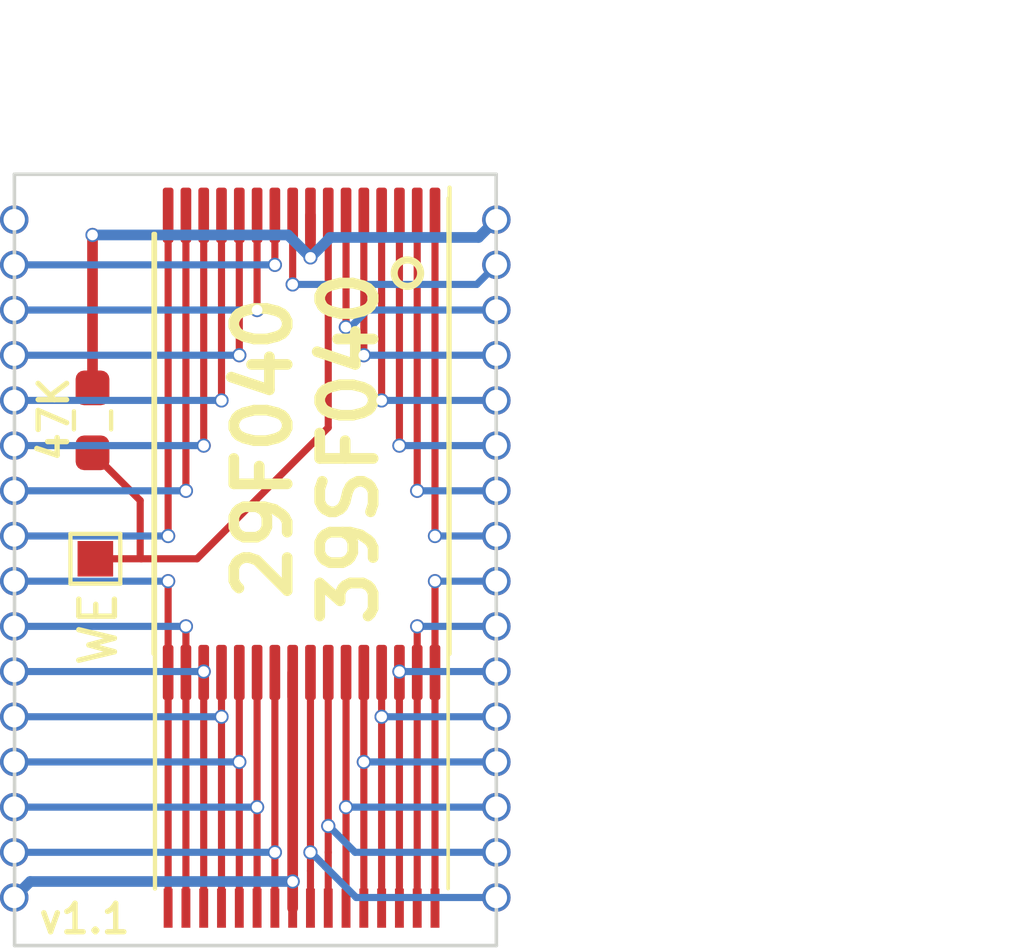
<source format=kicad_pcb>
(kicad_pcb (version 20211014) (generator pcbnew)
  (layers (0 "F.Cu" signal) (31 "B.Cu" signal) (34 "B.Paste" user) (35 "F.Paste" user) (36 "B.SilkS" user "B.Silkscreen") (37 "F.SilkS" user "F.Silkscreen") (38 "B.Mask" user) (39 "F.Mask" user) (44 "Edge.Cuts" user))
  (net 0 "")
  (net 1 "VCC")
  (net 2 "A18")
  (net 3 "A17")
  (net 4 "A14")
  (net 5 "A13")
  (net 6 "A8")
  (net 7 "A9")
  (net 8 "A11")
  (net 9 "/OE")
  (net 10 "A10")
  (net 11 "CE")
  (net 12 "D7")
  (net 13 "D6")
  (net 14 "D5")
  (net 15 "D4")
  (net 16 "D3")
  (net 17 "GND")
  (net 18 "D2")
  (net 19 "D1")
  (net 20 "D0")
  (net 21 "A0")
  (net 22 "A1")
  (net 23 "A2")
  (net 24 "A3")
  (net 25 "A4")
  (net 26 "A5")
  (net 27 "A6")
  (net 28 "A7")
  (net 29 "A12")
  (net 30 "A15")
  (net 31 "A16")
  (net 32 "WE")
  (net 33 "VPP")
  (footprint "TestPoint:TestPoint_Pad_1.0x1.0mm" (layer "F.Cu") (at 108.13 58.83)
    (fp_text reference "REF**" hide)
    (fp_text value "TestPoint_Pad_1.0x1.0mm" hide)
    (fp_line (start -0.7 -0.7) (end 0.7 -0.7) (layer "F.SilkS") (width 0.12))
    (fp_line (start 0.7 -0.7) (end 0.7 0.7) (layer "F.SilkS") (width 0.12))
    (fp_line (start 0.7 0.7) (end -0.7 0.7) (layer "F.SilkS") (width 0.12))
    (fp_line (start -0.7 0.7) (end -0.7 -0.7) (layer "F.SilkS") (width 0.12))
    (pad "" smd rect (at 0 0) (size 1 1) (layers "F.Cu" "F.Mask") (net 32 "WE"))
  )
  (footprint "Package_SO:TSOP-I-32_18.4x8mm_P0.5mm" (layer "F.Cu") (at 113.925 58.9 -90)
    (fp_text reference "REF**" hide)
    (fp_text value "TSOP-I-32_18.4x8mm_P0.5mm" hide)
    (fp_line (start 9.2 -4.12) (end -10.2 -4.12) (layer "F.SilkS") (width 0.1))
    (fp_line (start -9.2 4.12) (end 9.2 4.12) (layer "F.SilkS") (width 0.12))
    (pad "1" smd rect (at -9.75 -3.75 270) (size 1.1 0.25) (layers "F.Cu" "F.Paste" "F.Mask") (net 8 "A11"))
    (pad "2" smd rect (at -9.75 -3.25 270) (size 1.1 0.25) (layers "F.Cu" "F.Paste" "F.Mask") (net 7 "A9"))
    (pad "3" smd rect (at -9.75 -2.75 270) (size 1.1 0.25) (layers "F.Cu" "F.Paste" "F.Mask") (net 6 "A8"))
    (pad "4" smd rect (at -9.75 -2.25 270) (size 1.1 0.25) (layers "F.Cu" "F.Paste" "F.Mask") (net 5 "A13"))
    (pad "5" smd rect (at -9.75 -1.75 270) (size 1.1 0.25) (layers "F.Cu" "F.Paste" "F.Mask") (net 4 "A14"))
    (pad "6" smd rect (at -9.75 -1.25 270) (size 1.1 0.25) (layers "F.Cu" "F.Paste" "F.Mask") (net 3 "A17"))
    (pad "7" smd rect (at -9.75 -0.75 270) (size 1.1 0.25) (layers "F.Cu" "F.Paste" "F.Mask") (net 32 "WE"))
    (pad "8" smd rect (at -9.75 -0.25 270) (size 1.1 0.25) (layers "F.Cu" "F.Paste" "F.Mask") (net 1 "VCC"))
    (pad "9" smd rect (at -9.75 0.25 270) (size 1.1 0.25) (layers "F.Cu" "F.Paste" "F.Mask") (net 2 "A18"))
    (pad "10" smd rect (at -9.75 0.75 270) (size 1.1 0.25) (layers "F.Cu" "F.Paste" "F.Mask") (net 31 "A16"))
    (pad "11" smd rect (at -9.75 1.25 270) (size 1.1 0.25) (layers "F.Cu" "F.Paste" "F.Mask") (net 30 "A15"))
    (pad "12" smd rect (at -9.75 1.75 270) (size 1.1 0.25) (layers "F.Cu" "F.Paste" "F.Mask") (net 29 "A12"))
    (pad "13" smd rect (at -9.75 2.25 270) (size 1.1 0.25) (layers "F.Cu" "F.Paste" "F.Mask") (net 28 "A7"))
    (pad "14" smd rect (at -9.75 2.75 270) (size 1.1 0.25) (layers "F.Cu" "F.Paste" "F.Mask") (net 27 "A6"))
    (pad "15" smd rect (at -9.75 3.25 270) (size 1.1 0.25) (layers "F.Cu" "F.Paste" "F.Mask") (net 26 "A5"))
    (pad "16" smd rect (at -9.75 3.75 270) (size 1.1 0.25) (layers "F.Cu" "F.Paste" "F.Mask") (net 25 "A4"))
    (pad "17" smd rect (at 9.75 3.75 270) (size 1.1 0.25) (layers "F.Cu" "F.Paste" "F.Mask") (net 24 "A3"))
    (pad "18" smd rect (at 9.75 3.25 270) (size 1.1 0.25) (layers "F.Cu" "F.Paste" "F.Mask") (net 23 "A2"))
    (pad "19" smd rect (at 9.75 2.75 270) (size 1.1 0.25) (layers "F.Cu" "F.Paste" "F.Mask") (net 22 "A1"))
    (pad "20" smd rect (at 9.75 2.25 270) (size 1.1 0.25) (layers "F.Cu" "F.Paste" "F.Mask") (net 21 "A0"))
    (pad "21" smd rect (at 9.75 1.75 270) (size 1.1 0.25) (layers "F.Cu" "F.Paste" "F.Mask") (net 20 "D0"))
    (pad "22" smd rect (at 9.75 1.25 270) (size 1.1 0.25) (layers "F.Cu" "F.Paste" "F.Mask") (net 19 "D1"))
    (pad "23" smd rect (at 9.75 0.75 270) (size 1.1 0.25) (layers "F.Cu" "F.Paste" "F.Mask") (net 18 "D2"))
    (pad "24" smd rect (at 9.75 0.25 270) (size 1.1 0.25) (layers "F.Cu" "F.Paste" "F.Mask") (net 17 "GND"))
    (pad "25" smd rect (at 9.75 -0.25 270) (size 1.1 0.25) (layers "F.Cu" "F.Paste" "F.Mask") (net 16 "D3"))
    (pad "26" smd rect (at 9.75 -0.75 270) (size 1.1 0.25) (layers "F.Cu" "F.Paste" "F.Mask") (net 15 "D4"))
    (pad "27" smd rect (at 9.75 -1.25 270) (size 1.1 0.25) (layers "F.Cu" "F.Paste" "F.Mask") (net 14 "D5"))
    (pad "28" smd rect (at 9.75 -1.75 270) (size 1.1 0.25) (layers "F.Cu" "F.Paste" "F.Mask") (net 13 "D6"))
    (pad "29" smd rect (at 9.75 -2.25 270) (size 1.1 0.25) (layers "F.Cu" "F.Paste" "F.Mask") (net 12 "D7"))
    (pad "30" smd rect (at 9.75 -2.75 270) (size 1.1 0.25) (layers "F.Cu" "F.Paste" "F.Mask") (net 11 "CE"))
    (pad "31" smd rect (at 9.75 -3.25 270) (size 1.1 0.25) (layers "F.Cu" "F.Paste" "F.Mask") (net 10 "A10"))
    (pad "32" smd rect (at 9.75 -3.75 270) (size 1.1 0.25) (layers "F.Cu" "F.Paste" "F.Mask") (net 9 "/OE"))
  )
  (footprint "Resistor_SMD:R_0603_1608Metric_Pad0.98x0.95mm_HandSolder" (layer "F.Cu") (at 108.05 54.94 90)
    (fp_text reference "REF**" hide)
    (fp_text value "R_0603_1608Metric_Pad0.98x0.95mm_HandSolder" hide)
    (fp_line (start -0.254724 -0.5225) (end 0.254724 -0.5225) (layer "F.SilkS") (width 0.12))
    (fp_line (start -0.254724 0.5225) (end 0.254724 0.5225) (layer "F.SilkS") (width 0.12))
    (pad "" smd roundrect (at -0.9125 0 90) (size 0.975 0.95) (layers "F.Cu" "F.Paste" "F.Mask") (net 32 "WE"))
    (pad "" smd roundrect (at 0.9125 0 90) (size 0.975 0.95) (layers "F.Cu" "F.Paste" "F.Mask") (net 1 "VCC"))
  )
  (footprint "Package_SO:TSOP-I-32_11.8x8mm_P0.5mm" (layer "F.Cu") (at 113.925 55.6 -90)
    (fp_text reference "REF**" hide)
    (fp_text value "TSOP-I-32_11.8x8mm_P0.5mm" hide)
    (fp_line (start 0 4.16) (end 5.9 4.16) (layer "F.SilkS") (width 0.12))
    (fp_line (start 0 -4.16) (end 5.9 -4.16) (layer "F.SilkS") (width 0.12))
    (fp_line (start 0 -4.16) (end -7.2 -4.16) (layer "F.SilkS") (width 0.12))
    (fp_line (start 0 4.16) (end -5.9 4.16) (layer "F.SilkS") (width 0.12))
    (pad "1" smd roundrect (at -6.425 -3.75 270) (size 1.55 0.3) (layers "F.Cu" "F.Paste" "F.Mask"))
    (pad "2" smd roundrect (at -6.425 -3.25 270) (size 1.55 0.3) (layers "F.Cu" "F.Paste" "F.Mask"))
    (pad "3" smd roundrect (at -6.425 -2.75 270) (size 1.55 0.3) (layers "F.Cu" "F.Paste" "F.Mask"))
    (pad "4" smd roundrect (at -6.425 -2.25 270) (size 1.55 0.3) (layers "F.Cu" "F.Paste" "F.Mask"))
    (pad "5" smd roundrect (at -6.425 -1.75 270) (size 1.55 0.3) (layers "F.Cu" "F.Paste" "F.Mask"))
    (pad "6" smd roundrect (at -6.425 -1.25 270) (size 1.55 0.3) (layers "F.Cu" "F.Paste" "F.Mask"))
    (pad "7" smd roundrect (at -6.425 -0.75 270) (size 1.55 0.3) (layers "F.Cu" "F.Paste" "F.Mask") (net 32 "WE"))
    (pad "8" smd roundrect (at -6.425 -0.25 270) (size 1.55 0.3) (layers "F.Cu" "F.Paste" "F.Mask") (net 1 "VCC"))
    (pad "9" smd roundrect (at -6.425 0.25 270) (size 1.55 0.3) (layers "F.Cu" "F.Paste" "F.Mask") (net 2 "A18"))
    (pad "10" smd roundrect (at -6.425 0.75 270) (size 1.55 0.3) (layers "F.Cu" "F.Paste" "F.Mask"))
    (pad "11" smd roundrect (at -6.425 1.25 270) (size 1.55 0.3) (layers "F.Cu" "F.Paste" "F.Mask"))
    (pad "12" smd roundrect (at -6.425 1.75 270) (size 1.55 0.3) (layers "F.Cu" "F.Paste" "F.Mask"))
    (pad "13" smd roundrect (at -6.425 2.25 270) (size 1.55 0.3) (layers "F.Cu" "F.Paste" "F.Mask"))
    (pad "14" smd roundrect (at -6.425 2.75 270) (size 1.55 0.3) (layers "F.Cu" "F.Paste" "F.Mask"))
    (pad "15" smd roundrect (at -6.425 3.25 270) (size 1.55 0.3) (layers "F.Cu" "F.Paste" "F.Mask"))
    (pad "16" smd roundrect (at -6.425 3.75 270) (size 1.55 0.3) (layers "F.Cu" "F.Paste" "F.Mask"))
    (pad "17" smd roundrect (at 6.425 3.75 270) (size 1.55 0.3) (layers "F.Cu" "F.Paste" "F.Mask") (net 24 "A3"))
    (pad "18" smd roundrect (at 6.425 3.25 270) (size 1.55 0.3) (layers "F.Cu" "F.Paste" "F.Mask") (net 23 "A2"))
    (pad "19" smd roundrect (at 6.425 2.75 270) (size 1.55 0.3) (layers "F.Cu" "F.Paste" "F.Mask") (net 22 "A1"))
    (pad "20" smd roundrect (at 6.425 2.25 270) (size 1.55 0.3) (layers "F.Cu" "F.Paste" "F.Mask") (net 21 "A0"))
    (pad "21" smd roundrect (at 6.425 1.75 270) (size 1.55 0.3) (layers "F.Cu" "F.Paste" "F.Mask") (net 20 "D0"))
    (pad "22" smd roundrect (at 6.425 1.25 270) (size 1.55 0.3) (layers "F.Cu" "F.Paste" "F.Mask") (net 19 "D1"))
    (pad "23" smd roundrect (at 6.425 0.75 270) (size 1.55 0.3) (layers "F.Cu" "F.Paste" "F.Mask") (net 18 "D2"))
    (pad "24" smd roundrect (at 6.425 0.25 270) (size 1.55 0.3) (layers "F.Cu" "F.Paste" "F.Mask") (net 17 "GND"))
    (pad "25" smd roundrect (at 6.425 -0.25 270) (size 1.55 0.3) (layers "F.Cu" "F.Paste" "F.Mask") (net 16 "D3"))
    (pad "26" smd roundrect (at 6.425 -0.75 270) (size 1.55 0.3) (layers "F.Cu" "F.Paste" "F.Mask") (net 15 "D4"))
    (pad "27" smd roundrect (at 6.425 -1.25 270) (size 1.55 0.3) (layers "F.Cu" "F.Paste" "F.Mask") (net 14 "D5"))
    (pad "28" smd roundrect (at 6.425 -1.75 270) (size 1.55 0.3) (layers "F.Cu" "F.Paste" "F.Mask") (net 13 "D6"))
    (pad "29" smd roundrect (at 6.425 -2.25 270) (size 1.55 0.3) (layers "F.Cu" "F.Paste" "F.Mask") (net 12 "D7"))
    (pad "30" smd roundrect (at 6.425 -2.75 270) (size 1.55 0.3) (layers "F.Cu" "F.Paste" "F.Mask") (net 11 "CE"))
    (pad "31" smd roundrect (at 6.425 -3.25 270) (size 1.55 0.3) (layers "F.Cu" "F.Paste" "F.Mask") (net 10 "A10"))
    (pad "32" smd roundrect (at 6.425 -3.75 270) (size 1.55 0.3) (layers "F.Cu" "F.Paste" "F.Mask") (net 9 "/OE"))
  )
  (gr_circle (center 116.9 50.803349) (end 117.25 50.928349) (layer "F.SilkS") (width 0.2) (fill none))
  (gr_line (start 105.855 48.025) (end 105.86 69.7) (layer "Edge.Cuts") (width 0.1))
  (gr_line (start 119.395 48.025) (end 119.4 69.7) (layer "Edge.Cuts") (width 0.1))
  (gr_line (start 105.86 69.7) (end 119.4 69.7) (layer "Edge.Cuts") (width 0.1))
  (gr_line (start 105.855 48.025) (end 119.395 48.025) (layer "Edge.Cuts") (width 0.1))
  (gr_text "47K" (at 106.96 54.91 90) (layer "F.SilkS") (effects (font (size 0.8 0.8))))
  (gr_text "29F040\n39SF040" (at 114.05 55.725 90) (layer "F.SilkS") (effects (font (size 1.5 1.5) (thickness 0.3))))
  (gr_text "WE" (at 108.21 60.8 90) (layer "F.SilkS") (effects (font (size 1 1))))
  (gr_text "v1.1" (at 107.825 68.95) (layer "F.SilkS") (effects (font (size 0.8 0.8))))
  (segment (start 114.175 49.175) (end 114.175 50.36) (width 0.3) (layer "F.Cu") (net 1))
  (segment (start 108.05 49.73) (end 108.05 54.0275) (width 0.3) (layer "F.Cu") (net 1))
  (via (at 108.05 49.73) (size 0.4) (drill 0.3) (layers "F.Cu" "B.Cu") (net 1))
  (via (at 119.4 49.3) (size 0.8) (drill 0.6) (layers "F.Cu" "B.Cu") (net 1))
  (via (at 114.175 50.36) (size 0.4) (drill 0.3) (layers "F.Cu" "B.Cu") (net 1))
  (segment (start 118.9 49.8) (end 119.24531 49.45469) (width 0.3) (layer "B.Cu") (net 1))
  (segment (start 113.545 49.73) (end 114.175 50.36) (width 0.3) (layer "B.Cu") (net 1))
  (segment (start 119.24531 49.45469) (end 119.245274 49.300036) (width 0.3) (layer "B.Cu") (net 1))
  (segment (start 119.25 49.3) (end 119.295274 49.3) (width 0.2) (layer "B.Cu") (net 1))
  (segment (start 114.72 49.8) (end 118.9 49.8) (width 0.3) (layer "B.Cu") (net 1))
  (segment (start 114.72 49.815) (end 114.175 50.36) (width 0.3) (layer "B.Cu") (net 1))
  (segment (start 108.05 49.73) (end 113.545 49.73) (width 0.3) (layer "B.Cu") (net 1))
  (segment (start 114.72 49.8) (end 114.72 49.815) (width 0.3) (layer "B.Cu") (net 1))
  (segment (start 113.675 49.175) (end 113.675 51.12) (width 0.2) (layer "F.Cu") (net 2))
  (via (at 119.4 50.57) (size 0.8) (drill 0.6) (layers "F.Cu" "B.Cu") (net 2))
  (via (at 113.675 51.12) (size 0.4) (drill 0.3) (layers "F.Cu" "B.Cu") (net 2))
  (segment (start 113.675 51.12) (end 118.85 51.12) (width 0.2) (layer "B.Cu") (net 2))
  (segment (start 118.85 51.12) (end 119.295591 50.674409) (width 0.2) (layer "B.Cu") (net 2))
  (segment (start 119.295591 50.674409) (end 119.295567 50.570024) (width 0.2) (layer "B.Cu") (net 2))
  (segment (start 115.175 52.315) (end 115.17 52.32) (width 0.2) (layer "F.Cu") (net 3))
  (segment (start 115.175 49.15) (end 115.175 52.315) (width 0.2) (layer "F.Cu") (net 3))
  (via (at 115.17 52.32) (size 0.4) (drill 0.3) (layers "F.Cu" "B.Cu") (net 3))
  (via (at 119.4 51.84) (size 0.8) (drill 0.6) (layers "F.Cu" "B.Cu") (net 3))
  (segment (start 115.78 51.84) (end 115.3 52.32) (width 0.2) (layer "B.Cu") (net 3))
  (segment (start 115.78 51.84) (end 119.29586 51.84) (width 0.2) (layer "B.Cu") (net 3))
  (segment (start 115.3 52.32) (end 115.17 52.32) (width 0.2) (layer "B.Cu") (net 3))
  (segment (start 115.675 49.15) (end 115.675 53.11) (width 0.2) (layer "F.Cu") (net 4))
  (via (at 119.4 53.11) (size 0.8) (drill 0.6) (layers "F.Cu" "B.Cu") (net 4))
  (via (at 115.675 53.11) (size 0.4) (drill 0.3) (layers "F.Cu" "B.Cu") (net 4))
  (segment (start 115.675 53.11) (end 119.296153 53.11) (width 0.2) (layer "B.Cu") (net 4))
  (segment (start 116.175 49.15) (end 116.175 54.38) (width 0.2) (layer "F.Cu") (net 5))
  (via (at 116.175 54.38) (size 0.4) (drill 0.3) (layers "F.Cu" "B.Cu") (net 5))
  (via (at 119.4 54.38) (size 0.8) (drill 0.6) (layers "F.Cu" "B.Cu") (net 5))
  (segment (start 116.175 54.38) (end 119.296446 54.38) (width 0.2) (layer "B.Cu") (net 5))
  (segment (start 116.675 49.15) (end 116.675 55.65) (width 0.2) (layer "F.Cu") (net 6))
  (via (at 116.675 55.65) (size 0.4) (drill 0.3) (layers "F.Cu" "B.Cu") (net 6))
  (via (at 119.4 55.65) (size 0.8) (drill 0.6) (layers "F.Cu" "B.Cu") (net 6))
  (segment (start 116.675 55.65) (end 119.296739 55.65) (width 0.2) (layer "B.Cu") (net 6))
  (segment (start 117.175 49.15) (end 117.175 56.92) (width 0.2) (layer "F.Cu") (net 7))
  (via (at 117.175 56.92) (size 0.4) (drill 0.3) (layers "F.Cu" "B.Cu") (net 7))
  (via (at 119.4 56.92) (size 0.8) (drill 0.6) (layers "F.Cu" "B.Cu") (net 7))
  (segment (start 117.175 56.92) (end 119.297032 56.92) (width 0.2) (layer "B.Cu") (net 7))
  (segment (start 117.675 49.15) (end 117.675 58.19) (width 0.2) (layer "F.Cu") (net 8))
  (via (at 117.675 58.19) (size 0.4) (drill 0.3) (layers "F.Cu" "B.Cu") (net 8))
  (via (at 119.4 58.19) (size 0.8) (drill 0.6) (layers "F.Cu" "B.Cu") (net 8))
  (segment (start 117.675 58.19) (end 119.297325 58.19) (width 0.2) (layer "B.Cu") (net 8))
  (segment (start 117.675 68.65) (end 117.675 59.46) (width 0.2) (layer "F.Cu") (net 9))
  (via (at 117.675 59.46) (size 0.4) (drill 0.3) (layers "F.Cu" "B.Cu") (net 9))
  (via (at 119.4 59.46) (size 0.8) (drill 0.6) (layers "F.Cu" "B.Cu") (net 9))
  (segment (start 117.675 59.46) (end 119.297618 59.46) (width 0.2) (layer "B.Cu") (net 9))
  (segment (start 117.175 68.65) (end 117.175 60.73) (width 0.2) (layer "F.Cu") (net 10))
  (via (at 119.4 60.73) (size 0.8) (drill 0.6) (layers "F.Cu" "B.Cu") (net 10))
  (via (at 117.175 60.73) (size 0.4) (drill 0.3) (layers "F.Cu" "B.Cu") (net 10))
  (segment (start 117.175 60.73) (end 119.297911 60.73) (width 0.2) (layer "B.Cu") (net 10))
  (segment (start 116.675 68.65) (end 116.675 62) (width 0.2) (layer "F.Cu") (net 11))
  (via (at 119.4 62) (size 0.8) (drill 0.6) (layers "F.Cu" "B.Cu") (net 11))
  (via (at 116.675 62) (size 0.4) (drill 0.3) (layers "F.Cu" "B.Cu") (net 11))
  (segment (start 116.675 62) (end 119.298204 62) (width 0.2) (layer "B.Cu") (net 11))
  (segment (start 116.175 68.65) (end 116.175 63.27) (width 0.2) (layer "F.Cu") (net 12))
  (segment (start 116.175 63.27) (end 116.175 62.025) (width 0.2) (layer "F.Cu") (net 12))
  (via (at 119.4 63.27) (size 0.8) (drill 0.6) (layers "F.Cu" "B.Cu") (net 12))
  (via (at 116.175 63.27) (size 0.4) (drill 0.3) (layers "F.Cu" "B.Cu") (net 12))
  (segment (start 116.175 63.27) (end 119.298497 63.27) (width 0.2) (layer "B.Cu") (net 12))
  (segment (start 115.675 68.65) (end 115.675 64.54) (width 0.2) (layer "F.Cu") (net 13))
  (segment (start 115.675 64.54) (end 115.675 62.025) (width 0.2) (layer "F.Cu") (net 13))
  (via (at 115.675 64.54) (size 0.4) (drill 0.3) (layers "F.Cu" "B.Cu") (net 13))
  (via (at 119.4 64.54) (size 0.8) (drill 0.6) (layers "F.Cu" "B.Cu") (net 13))
  (segment (start 115.675 64.54) (end 119.29879 64.54) (width 0.2) (layer "B.Cu") (net 13))
  (segment (start 115.175 68.65) (end 115.175 65.81) (width 0.2) (layer "F.Cu") (net 14))
  (segment (start 115.175 65.81) (end 115.175 62.025) (width 0.2) (layer "F.Cu") (net 14))
  (via (at 119.4 65.81) (size 0.8) (drill 0.6) (layers "F.Cu" "B.Cu") (net 14))
  (via (at 115.175 65.81) (size 0.4) (drill 0.3) (layers "F.Cu" "B.Cu") (net 14))
  (segment (start 115.175 65.81) (end 119.299083 65.81) (width 0.2) (layer "B.Cu") (net 14))
  (segment (start 114.675 68.65) (end 114.675 67.08) (width 0.2) (layer "F.Cu") (net 15))
  (segment (start 114.675 67.08) (end 114.675 62.025) (width 0.2) (layer "F.Cu") (net 15))
  (via (at 114.675 66.34) (size 0.4) (drill 0.3) (layers "F.Cu" "B.Cu") (net 15))
  (via (at 119.4 67.08) (size 0.8) (drill 0.6) (layers "F.Cu" "B.Cu") (net 15))
  (segment (start 114.675 66.34) (end 114.69 66.34) (width 0.2) (layer "B.Cu") (net 15))
  (segment (start 114.69 66.34) (end 115.43 67.08) (width 0.2) (layer "B.Cu") (net 15))
  (segment (start 115.43 67.08) (end 119.299376 67.08) (width 0.2) (layer "B.Cu") (net 15))
  (segment (start 114.175 67.6) (end 114.175 62.025) (width 0.2) (layer "F.Cu") (net 16))
  (segment (start 114.175 68.65) (end 114.175 67.6) (width 0.2) (layer "F.Cu") (net 16))
  (via (at 114.175 67.08) (size 0.4) (drill 0.3) (layers "F.Cu" "B.Cu") (net 16))
  (via (at 119.4 68.35) (size 0.8) (drill 0.6) (layers "F.Cu" "B.Cu") (net 16))
  (segment (start 114.585 67.475) (end 115.46 68.35) (width 0.2) (layer "B.Cu") (net 16))
  (segment (start 114.175 67.08) (end 114.19 67.08) (width 0.2) (layer "B.Cu") (net 16))
  (segment (start 114.19 67.08) (end 114.585 67.475) (width 0.2) (layer "B.Cu") (net 16))
  (segment (start 115.46 68.35) (end 119.299669 68.35) (width 0.2) (layer "B.Cu") (net 16))
  (segment (start 114.585 67.475) (end 114.71 67.6) (width 0.2) (layer "B.Cu") (net 16))
  (segment (start 113.675 67.9) (end 113.675 68.65) (width 0.3) (layer "F.Cu") (net 17))
  (segment (start 113.675 62.025) (end 113.675 67.9) (width 0.3) (layer "F.Cu") (net 17))
  (via (at 113.675 67.9) (size 0.4) (drill 0.3) (layers "F.Cu" "B.Cu") (net 17))
  (via (at 105.85 68.35) (size 0.8) (drill 0.6) (layers "F.Cu" "B.Cu") (net 17))
  (segment (start 106.009671 68.190329) (end 106.009708 68.349963) (width 0.3) (layer "B.Cu") (net 17))
  (segment (start 106.3 67.9) (end 106.009671 68.190329) (width 0.3) (layer "B.Cu") (net 17))
  (segment (start 105.984678 68.215322) (end 105.984709 68.349969) (width 0.25) (layer "B.Cu") (net 17))
  (segment (start 113.675 67.9) (end 106.3 67.9) (width 0.3) (layer "B.Cu") (net 17))
  (segment (start 105.959684 68.240316) (end 105.959709 68.349975) (width 0.2) (layer "B.Cu") (net 17))
  (segment (start 113.175 67.08) (end 113.175 62.025) (width 0.2) (layer "F.Cu") (net 18))
  (segment (start 113.175 68.65) (end 113.175 67.08) (width 0.2) (layer "F.Cu") (net 18))
  (via (at 113.175 67.08) (size 0.4) (drill 0.3) (layers "F.Cu" "B.Cu") (net 18))
  (via (at 105.85 67.08) (size 0.8) (drill 0.6) (layers "F.Cu" "B.Cu") (net 18))
  (segment (start 113.175 67.08) (end 105.959416 67.08) (width 0.2) (layer "B.Cu") (net 18))
  (segment (start 112.675 65.81) (end 112.675 62.025) (width 0.2) (layer "F.Cu") (net 19))
  (segment (start 112.675 68.65) (end 112.675 65.81) (width 0.2) (layer "F.Cu") (net 19))
  (via (at 105.85 65.81) (size 0.8) (drill 0.6) (layers "F.Cu" "B.Cu") (net 19))
  (via (at 112.675 65.81) (size 0.4) (drill 0.3) (layers "F.Cu" "B.Cu") (net 19))
  (segment (start 112.675 65.81) (end 105.959123 65.81) (width 0.2) (layer "B.Cu") (net 19))
  (segment (start 112.175 68.65) (end 112.175 64.54) (width 0.2) (layer "F.Cu") (net 20))
  (segment (start 112.175 64.54) (end 112.175 62.025) (width 0.2) (layer "F.Cu") (net 20))
  (via (at 105.85 64.54) (size 0.8) (drill 0.6) (layers "F.Cu" "B.Cu") (net 20))
  (via (at 112.175 64.54) (size 0.4) (drill 0.3) (layers "F.Cu" "B.Cu") (net 20))
  (segment (start 112.175 64.54) (end 105.95883 64.54) (width 0.2) (layer "B.Cu") (net 20))
  (segment (start 111.675 63.27) (end 111.675 62.025) (width 0.2) (layer "F.Cu") (net 21))
  (segment (start 111.675 68.65) (end 111.675 63.27) (width 0.2) (layer "F.Cu") (net 21))
  (via (at 105.85 63.27) (size 0.8) (drill 0.6) (layers "F.Cu" "B.Cu") (net 21))
  (via (at 111.675 63.27) (size 0.4) (drill 0.3) (layers "F.Cu" "B.Cu") (net 21))
  (segment (start 111.675 63.27) (end 105.958537 63.27) (width 0.2) (layer "B.Cu") (net 21))
  (segment (start 111.175 68.65) (end 111.175 62) (width 0.2) (layer "F.Cu") (net 22))
  (via (at 111.175 62) (size 0.4) (drill 0.3) (layers "F.Cu" "B.Cu") (net 22))
  (via (at 105.85 62) (size 0.8) (drill 0.6) (layers "F.Cu" "B.Cu") (net 22))
  (segment (start 111.175 62) (end 105.958244 62) (width 0.2) (layer "B.Cu") (net 22))
  (segment (start 110.675 68.65) (end 110.675 60.73) (width 0.2) (layer "F.Cu") (net 23))
  (via (at 105.85 60.73) (size 0.8) (drill 0.6) (layers "F.Cu" "B.Cu") (net 23))
  (via (at 110.675 60.73) (size 0.4) (drill 0.3) (layers "F.Cu" "B.Cu") (net 23))
  (segment (start 110.675 60.73) (end 105.957951 60.73) (width 0.2) (layer "B.Cu") (net 23))
  (segment (start 110.175 68.65) (end 110.175 59.46) (width 0.2) (layer "F.Cu") (net 24))
  (via (at 105.85 59.46) (size 0.8) (drill 0.6) (layers "F.Cu" "B.Cu") (net 24))
  (via (at 110.175 59.46) (size 0.4) (drill 0.3) (layers "F.Cu" "B.Cu") (net 24))
  (segment (start 110.175 59.46) (end 105.957658 59.46) (width 0.2) (layer "B.Cu") (net 24))
  (segment (start 110.175 49.15) (end 110.175 58.19) (width 0.2) (layer "F.Cu") (net 25))
  (via (at 110.175 58.19) (size 0.4) (drill 0.3) (layers "F.Cu" "B.Cu") (net 25))
  (via (at 105.85 58.19) (size 0.8) (drill 0.6) (layers "F.Cu" "B.Cu") (net 25))
  (segment (start 110.175 58.19) (end 105.957365 58.19) (width 0.2) (layer "B.Cu") (net 25))
  (segment (start 110.675 49.15) (end 110.675 56.92) (width 0.2) (layer "F.Cu") (net 26))
  (via (at 110.675 56.92) (size 0.4) (drill 0.3) (layers "F.Cu" "B.Cu") (net 26))
  (via (at 105.85 56.92) (size 0.8) (drill 0.6) (layers "F.Cu" "B.Cu") (net 26))
  (segment (start 110.675 56.92) (end 105.957072 56.92) (width 0.2) (layer "B.Cu") (net 26))
  (segment (start 111.175 49.15) (end 111.175 55.65) (width 0.2) (layer "F.Cu") (net 27))
  (via (at 105.85 55.65) (size 0.8) (drill 0.6) (layers "F.Cu" "B.Cu") (net 27))
  (via (at 111.175 55.65) (size 0.4) (drill 0.3) (layers "F.Cu" "B.Cu") (net 27))
  (segment (start 111.175 55.65) (end 105.956779 55.65) (width 0.2) (layer "B.Cu") (net 27))
  (segment (start 111.675 49.15) (end 111.675 54.38) (width 0.2) (layer "F.Cu") (net 28))
  (via (at 105.85 54.38) (size 0.8) (drill 0.6) (layers "F.Cu" "B.Cu") (net 28))
  (via (at 111.675 54.38) (size 0.4) (drill 0.3) (layers "F.Cu" "B.Cu") (net 28))
  (segment (start 111.675 54.38) (end 105.956486 54.38) (width 0.2) (layer "B.Cu") (net 28))
  (segment (start 112.175 49.15) (end 112.175 53.11) (width 0.2) (layer "F.Cu") (net 29))
  (via (at 105.85 53.11) (size 0.8) (drill 0.6) (layers "F.Cu" "B.Cu") (net 29))
  (via (at 112.175 53.11) (size 0.4) (drill 0.3) (layers "F.Cu" "B.Cu") (net 29))
  (segment (start 112.175 53.11) (end 105.956193 53.11) (width 0.2) (layer "B.Cu") (net 29))
  (segment (start 112.675 49.15) (end 112.675 51.84) (width 0.2) (layer "F.Cu") (net 30))
  (via (at 112.675 51.84) (size 0.4) (drill 0.3) (layers "F.Cu" "B.Cu") (net 30))
  (via (at 105.85 51.84) (size 0.8) (drill 0.6) (layers "F.Cu" "B.Cu") (net 30))
  (segment (start 112.675 51.84) (end 105.9559 51.84) (width 0.2) (layer "B.Cu") (net 30))
  (segment (start 113.175 49.15) (end 113.175 50.57) (width 0.2) (layer "F.Cu") (net 31))
  (via (at 105.85 50.57) (size 0.8) (drill 0.6) (layers "F.Cu" "B.Cu") (net 31))
  (via (at 113.175 50.57) (size 0.4) (drill 0.3) (layers "F.Cu" "B.Cu") (net 31))
  (segment (start 113.175 50.57) (end 105.955607 50.57) (width 0.2) (layer "B.Cu") (net 31))
  (segment (start 114.675 55.1425) (end 110.9875 58.83) (width 0.2) (layer "F.Cu") (net 32))
  (segment (start 109.39 58.8) (end 109.42 58.83) (width 0.2) (layer "F.Cu") (net 32))
  (segment (start 109.39 57.1925) (end 109.39 58.8) (width 0.2) (layer "F.Cu") (net 32))
  (segment (start 110.9875 58.83) (end 109.42 58.83) (width 0.2) (layer "F.Cu") (net 32))
  (segment (start 114.675 49.175) (end 114.675 55.1425) (width 0.2) (layer "F.Cu") (net 32))
  (segment (start 109.42 58.83) (end 108.13 58.83) (width 0.2) (layer "F.Cu") (net 32))
  (segment (start 109.39 57.1925) (end 108.05 55.8525) (width 0.2) (layer "F.Cu") (net 32))
  (via (at 105.85 49.3) (size 0.8) (drill 0.6) (layers "F.Cu" "B.Cu") (net 33))
)
</source>
